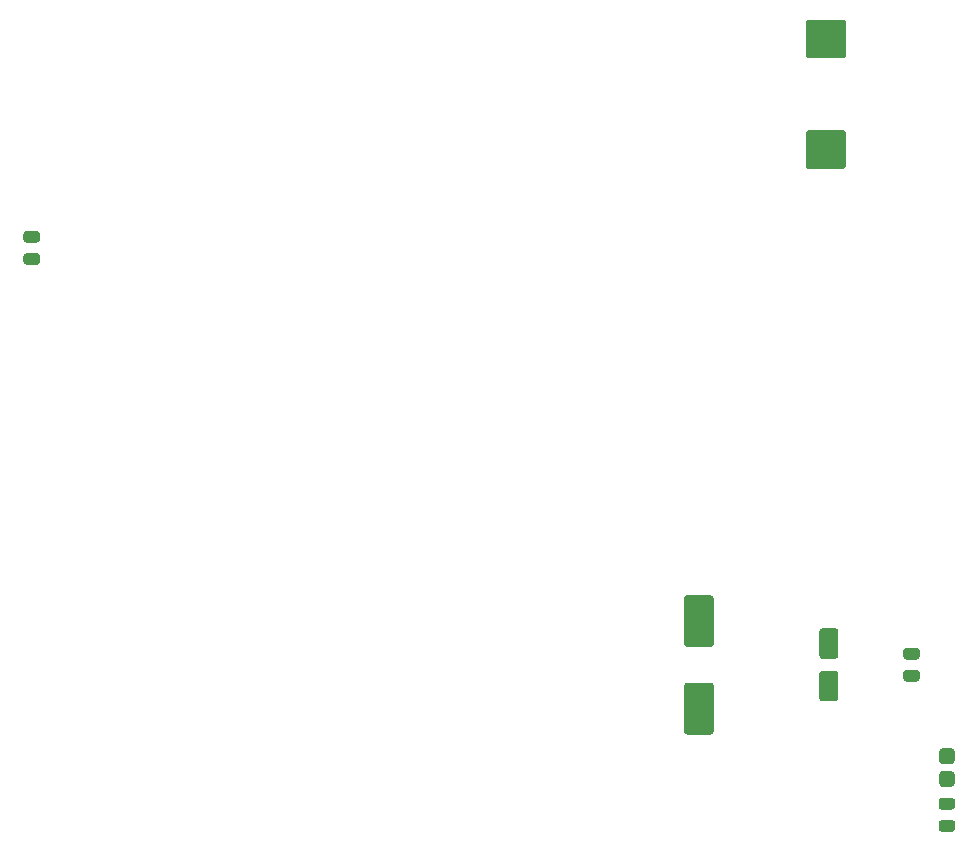
<source format=gbr>
%TF.GenerationSoftware,KiCad,Pcbnew,(5.99.0-2671-gfc0a358ba)*%
%TF.CreationDate,2020-09-06T03:18:24+05:30*%
%TF.ProjectId,Power_Supply,506f7765-725f-4537-9570-706c792e6b69,rev?*%
%TF.SameCoordinates,Original*%
%TF.FileFunction,Paste,Top*%
%TF.FilePolarity,Positive*%
%FSLAX46Y46*%
G04 Gerber Fmt 4.6, Leading zero omitted, Abs format (unit mm)*
G04 Created by KiCad (PCBNEW (5.99.0-2671-gfc0a358ba)) date 2020-09-06 03:18:24*
%MOMM*%
%LPD*%
G01*
G04 APERTURE LIST*
G04 APERTURE END LIST*
%TO.C,D1*%
G36*
G01*
X94400000Y-107625000D02*
X93600000Y-107625000D01*
G75*
G02*
X93350000Y-107375000I0J250000D01*
G01*
X93350000Y-106550000D01*
G75*
G02*
X93600000Y-106300000I250000J0D01*
G01*
X94400000Y-106300000D01*
G75*
G02*
X94650000Y-106550000I0J-250000D01*
G01*
X94650000Y-107375000D01*
G75*
G02*
X94400000Y-107625000I-250000J0D01*
G01*
G37*
G36*
G01*
X94400000Y-105700000D02*
X93600000Y-105700000D01*
G75*
G02*
X93350000Y-105450000I0J250000D01*
G01*
X93350000Y-104625000D01*
G75*
G02*
X93600000Y-104375000I250000J0D01*
G01*
X94400000Y-104375000D01*
G75*
G02*
X94650000Y-104625000I0J-250000D01*
G01*
X94650000Y-105450000D01*
G75*
G02*
X94400000Y-105700000I-250000J0D01*
G01*
G37*
%TD*%
%TO.C,C1*%
G36*
G01*
X74000000Y-103200000D02*
X72000000Y-103200000D01*
G75*
G02*
X71750000Y-102950000I0J250000D01*
G01*
X71750000Y-99050000D01*
G75*
G02*
X72000000Y-98800000I250000J0D01*
G01*
X74000000Y-98800000D01*
G75*
G02*
X74250000Y-99050000I0J-250000D01*
G01*
X74250000Y-102950000D01*
G75*
G02*
X74000000Y-103200000I-250000J0D01*
G01*
G37*
G36*
G01*
X74000000Y-95800000D02*
X72000000Y-95800000D01*
G75*
G02*
X71750000Y-95550000I0J250000D01*
G01*
X71750000Y-91650000D01*
G75*
G02*
X72000000Y-91400000I250000J0D01*
G01*
X74000000Y-91400000D01*
G75*
G02*
X74250000Y-91650000I0J-250000D01*
G01*
X74250000Y-95550000D01*
G75*
G02*
X74000000Y-95800000I-250000J0D01*
G01*
G37*
%TD*%
%TO.C,C3*%
G36*
G01*
X91456250Y-98725000D02*
X90543750Y-98725000D01*
G75*
G02*
X90300000Y-98481250I0J243750D01*
G01*
X90300000Y-97993750D01*
G75*
G02*
X90543750Y-97750000I243750J0D01*
G01*
X91456250Y-97750000D01*
G75*
G02*
X91700000Y-97993750I0J-243750D01*
G01*
X91700000Y-98481250D01*
G75*
G02*
X91456250Y-98725000I-243750J0D01*
G01*
G37*
G36*
G01*
X91456250Y-96850000D02*
X90543750Y-96850000D01*
G75*
G02*
X90300000Y-96606250I0J243750D01*
G01*
X90300000Y-96118750D01*
G75*
G02*
X90543750Y-95875000I243750J0D01*
G01*
X91456250Y-95875000D01*
G75*
G02*
X91700000Y-96118750I0J-243750D01*
G01*
X91700000Y-96606250D01*
G75*
G02*
X91456250Y-96850000I-243750J0D01*
G01*
G37*
%TD*%
%TO.C,R1*%
G36*
G01*
X16956250Y-63425000D02*
X16043750Y-63425000D01*
G75*
G02*
X15800000Y-63181250I0J243750D01*
G01*
X15800000Y-62693750D01*
G75*
G02*
X16043750Y-62450000I243750J0D01*
G01*
X16956250Y-62450000D01*
G75*
G02*
X17200000Y-62693750I0J-243750D01*
G01*
X17200000Y-63181250D01*
G75*
G02*
X16956250Y-63425000I-243750J0D01*
G01*
G37*
G36*
G01*
X16956250Y-61550000D02*
X16043750Y-61550000D01*
G75*
G02*
X15800000Y-61306250I0J243750D01*
G01*
X15800000Y-60818750D01*
G75*
G02*
X16043750Y-60575000I243750J0D01*
G01*
X16956250Y-60575000D01*
G75*
G02*
X17200000Y-60818750I0J-243750D01*
G01*
X17200000Y-61306250D01*
G75*
G02*
X16956250Y-61550000I-243750J0D01*
G01*
G37*
%TD*%
%TO.C,F1*%
G36*
G01*
X82202500Y-52050000D02*
X85297500Y-52050000D01*
G75*
G02*
X85460000Y-52212500I0J-162500D01*
G01*
X85460000Y-55137500D01*
G75*
G02*
X85297500Y-55300000I-162500J0D01*
G01*
X82202500Y-55300000D01*
G75*
G02*
X82040000Y-55137500I0J162500D01*
G01*
X82040000Y-52212500D01*
G75*
G02*
X82202500Y-52050000I162500J0D01*
G01*
G37*
G36*
G01*
X82202500Y-42700000D02*
X85297500Y-42700000D01*
G75*
G02*
X85460000Y-42862500I0J-162500D01*
G01*
X85460000Y-45787500D01*
G75*
G02*
X85297500Y-45950000I-162500J0D01*
G01*
X82202500Y-45950000D01*
G75*
G02*
X82040000Y-45787500I0J162500D01*
G01*
X82040000Y-42862500D01*
G75*
G02*
X82202500Y-42700000I162500J0D01*
G01*
G37*
%TD*%
%TO.C,R2*%
G36*
G01*
X93543750Y-108575000D02*
X94456250Y-108575000D01*
G75*
G02*
X94700000Y-108818750I0J-243750D01*
G01*
X94700000Y-109306250D01*
G75*
G02*
X94456250Y-109550000I-243750J0D01*
G01*
X93543750Y-109550000D01*
G75*
G02*
X93300000Y-109306250I0J243750D01*
G01*
X93300000Y-108818750D01*
G75*
G02*
X93543750Y-108575000I243750J0D01*
G01*
G37*
G36*
G01*
X93543750Y-110450000D02*
X94456250Y-110450000D01*
G75*
G02*
X94700000Y-110693750I0J-243750D01*
G01*
X94700000Y-111181250D01*
G75*
G02*
X94456250Y-111425000I-243750J0D01*
G01*
X93543750Y-111425000D01*
G75*
G02*
X93300000Y-111181250I0J243750D01*
G01*
X93300000Y-110693750D01*
G75*
G02*
X93543750Y-110450000I243750J0D01*
G01*
G37*
%TD*%
%TO.C,C2*%
G36*
G01*
X84550000Y-100400000D02*
X83450000Y-100400000D01*
G75*
G02*
X83200000Y-100150000I0J250000D01*
G01*
X83200000Y-98050000D01*
G75*
G02*
X83450000Y-97800000I250000J0D01*
G01*
X84550000Y-97800000D01*
G75*
G02*
X84800000Y-98050000I0J-250000D01*
G01*
X84800000Y-100150000D01*
G75*
G02*
X84550000Y-100400000I-250000J0D01*
G01*
G37*
G36*
G01*
X84550000Y-96800000D02*
X83450000Y-96800000D01*
G75*
G02*
X83200000Y-96550000I0J250000D01*
G01*
X83200000Y-94450000D01*
G75*
G02*
X83450000Y-94200000I250000J0D01*
G01*
X84550000Y-94200000D01*
G75*
G02*
X84800000Y-94450000I0J-250000D01*
G01*
X84800000Y-96550000D01*
G75*
G02*
X84550000Y-96800000I-250000J0D01*
G01*
G37*
%TD*%
M02*

</source>
